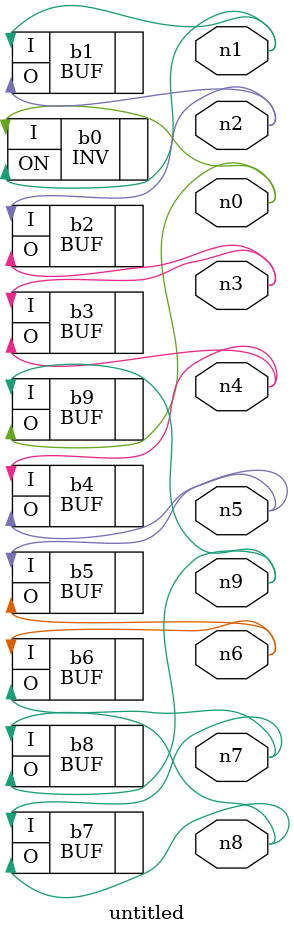
<source format=v>
module untitled(n0, n1, n2, n3, n4, n5, n6, n7, n8, n9);

	output n0, n1, n2, n3, n4, n5, n6, n7, n8, n9;

	INV b0 (.I(n0), .ON(n1));
	BUF b1 (.I(n1), .O(n2));
	BUF b2 (.I(n2), .O(n3));
	BUF b3 (.I(n3), .O(n4));
	BUF b4 (.I(n4), .O(n5));
	BUF b5 (.I(n5), .O(n6));
	BUF b6 (.I(n6), .O(n7));
	BUF b7 (.I(n7), .O(n8));
	BUF b8 (.I(n8), .O(n9));
	BUF b9 (.I(n9), .O(n0));

	// signal values at the initial state:
    // !n0 !n1 !n2 !n3 !n4 !n5 !n6 !n7 !n8 !n9

endmodule

</source>
